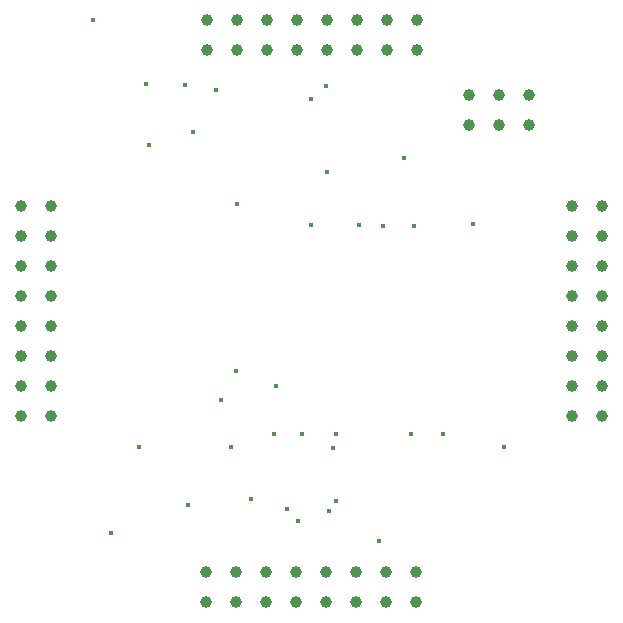
<source format=gbr>
%TF.GenerationSoftware,KiCad,Pcbnew,6.0.8+dfsg-1~bpo11+1*%
%TF.CreationDate,2022-10-31T17:28:09+01:00*%
%TF.ProjectId,vertExpI2c_00,76657274-4578-4704-9932-635f30302e6b,rev?*%
%TF.SameCoordinates,Original*%
%TF.FileFunction,Plated,1,4,PTH,Drill*%
%TF.FilePolarity,Positive*%
%FSLAX46Y46*%
G04 Gerber Fmt 4.6, Leading zero omitted, Abs format (unit mm)*
G04 Created by KiCad (PCBNEW 6.0.8+dfsg-1~bpo11+1) date 2022-10-31 17:28:09*
%MOMM*%
%LPD*%
G01*
G04 APERTURE LIST*
%TA.AperFunction,ViaDrill*%
%ADD10C,0.400000*%
%TD*%
%TA.AperFunction,ComponentDrill*%
%ADD11C,1.000000*%
%TD*%
G04 APERTURE END LIST*
D10*
X124500000Y-73870000D03*
X126010000Y-117330000D03*
X128390000Y-110040000D03*
X128990000Y-79280000D03*
X129300000Y-84490000D03*
X132310000Y-79380000D03*
X132590000Y-114900000D03*
X133020000Y-83320000D03*
X134930000Y-79790000D03*
X135370000Y-106080000D03*
X136195000Y-110035000D03*
X136660000Y-103590000D03*
X136680000Y-89440000D03*
X137910000Y-114400000D03*
X139830000Y-108910000D03*
X140000000Y-104840000D03*
X140975500Y-115300000D03*
X141900000Y-116300000D03*
X142240000Y-108910000D03*
X142940000Y-91250000D03*
X143000000Y-80540000D03*
X144270000Y-79440000D03*
X144370000Y-86710000D03*
X144490000Y-115470000D03*
X144840000Y-110100000D03*
X145050000Y-108930000D03*
X145100000Y-114600000D03*
X147000000Y-91250000D03*
X148700000Y-118000000D03*
X149040000Y-91290000D03*
X150880000Y-85590000D03*
X151460000Y-108920000D03*
X151710000Y-91320000D03*
X154140000Y-108910000D03*
X156700000Y-91170000D03*
X159280000Y-110060000D03*
D11*
%TO.C,J4*%
X118400000Y-89600000D03*
X118400000Y-92140000D03*
X118400000Y-94680000D03*
X118400000Y-97220000D03*
X118400000Y-99760000D03*
X118400000Y-102300000D03*
X118400000Y-104840000D03*
X118400000Y-107380000D03*
X120940000Y-89600000D03*
X120940000Y-92140000D03*
X120940000Y-94680000D03*
X120940000Y-97220000D03*
X120940000Y-99760000D03*
X120940000Y-102300000D03*
X120940000Y-104840000D03*
X120940000Y-107380000D03*
%TO.C,J2*%
X134125000Y-120635000D03*
X134125000Y-123175000D03*
%TO.C,J1*%
X134140000Y-73900000D03*
X134140000Y-76440000D03*
%TO.C,J2*%
X136665000Y-120635000D03*
X136665000Y-123175000D03*
%TO.C,J1*%
X136680000Y-73900000D03*
X136680000Y-76440000D03*
%TO.C,J2*%
X139205000Y-120635000D03*
X139205000Y-123175000D03*
%TO.C,J1*%
X139220000Y-73900000D03*
X139220000Y-76440000D03*
%TO.C,J2*%
X141745000Y-120635000D03*
X141745000Y-123175000D03*
%TO.C,J1*%
X141760000Y-73900000D03*
X141760000Y-76440000D03*
%TO.C,J2*%
X144285000Y-120635000D03*
X144285000Y-123175000D03*
%TO.C,J1*%
X144300000Y-73900000D03*
X144300000Y-76440000D03*
%TO.C,J2*%
X146825000Y-120635000D03*
X146825000Y-123175000D03*
%TO.C,J1*%
X146840000Y-73900000D03*
X146840000Y-76440000D03*
%TO.C,J2*%
X149365000Y-120635000D03*
X149365000Y-123175000D03*
%TO.C,J1*%
X149380000Y-73900000D03*
X149380000Y-76440000D03*
%TO.C,J2*%
X151905000Y-120635000D03*
X151905000Y-123175000D03*
%TO.C,J1*%
X151920000Y-73900000D03*
X151920000Y-76440000D03*
%TO.C,J5*%
X156375000Y-80245000D03*
X156375000Y-82785000D03*
X158915000Y-80245000D03*
X158915000Y-82785000D03*
X161455000Y-80245000D03*
X161455000Y-82785000D03*
%TO.C,J3*%
X165100000Y-89600000D03*
X165100000Y-92140000D03*
X165100000Y-94680000D03*
X165100000Y-97220000D03*
X165100000Y-99760000D03*
X165100000Y-102300000D03*
X165100000Y-104840000D03*
X165100000Y-107380000D03*
X167640000Y-89600000D03*
X167640000Y-92140000D03*
X167640000Y-94680000D03*
X167640000Y-97220000D03*
X167640000Y-99760000D03*
X167640000Y-102300000D03*
X167640000Y-104840000D03*
X167640000Y-107380000D03*
M02*

</source>
